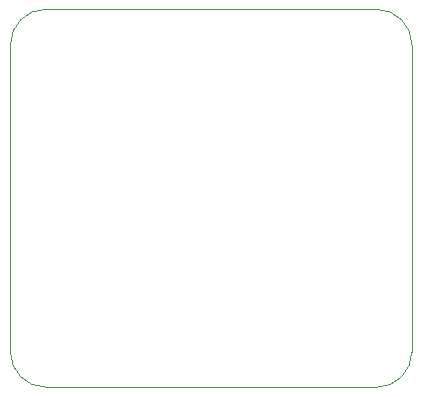
<source format=gm1>
%TF.GenerationSoftware,KiCad,Pcbnew,8.0.2*%
%TF.CreationDate,2024-12-26T16:13:32-05:00*%
%TF.ProjectId,TOF Sensor,544f4620-5365-46e7-936f-722e6b696361,rev?*%
%TF.SameCoordinates,Original*%
%TF.FileFunction,Profile,NP*%
%FSLAX46Y46*%
G04 Gerber Fmt 4.6, Leading zero omitted, Abs format (unit mm)*
G04 Created by KiCad (PCBNEW 8.0.2) date 2024-12-26 16:13:32*
%MOMM*%
%LPD*%
G01*
G04 APERTURE LIST*
%TA.AperFunction,Profile*%
%ADD10C,0.050000*%
%TD*%
G04 APERTURE END LIST*
D10*
X104000000Y-71000000D02*
G75*
G02*
X101000000Y-68000000I0J3000000D01*
G01*
X132000000Y-39000000D02*
G75*
G02*
X135000000Y-42000000I0J-3000000D01*
G01*
X135000000Y-42000000D02*
X135000000Y-68000000D01*
X135000000Y-68000000D02*
G75*
G02*
X132000000Y-71000000I-3000000J0D01*
G01*
X101000000Y-68000000D02*
X101000000Y-42000000D01*
X132000000Y-71000000D02*
X104000000Y-71000000D01*
X101000000Y-42000000D02*
G75*
G02*
X104000000Y-39000000I3000000J0D01*
G01*
X104000000Y-39000000D02*
X132000000Y-39000000D01*
M02*

</source>
